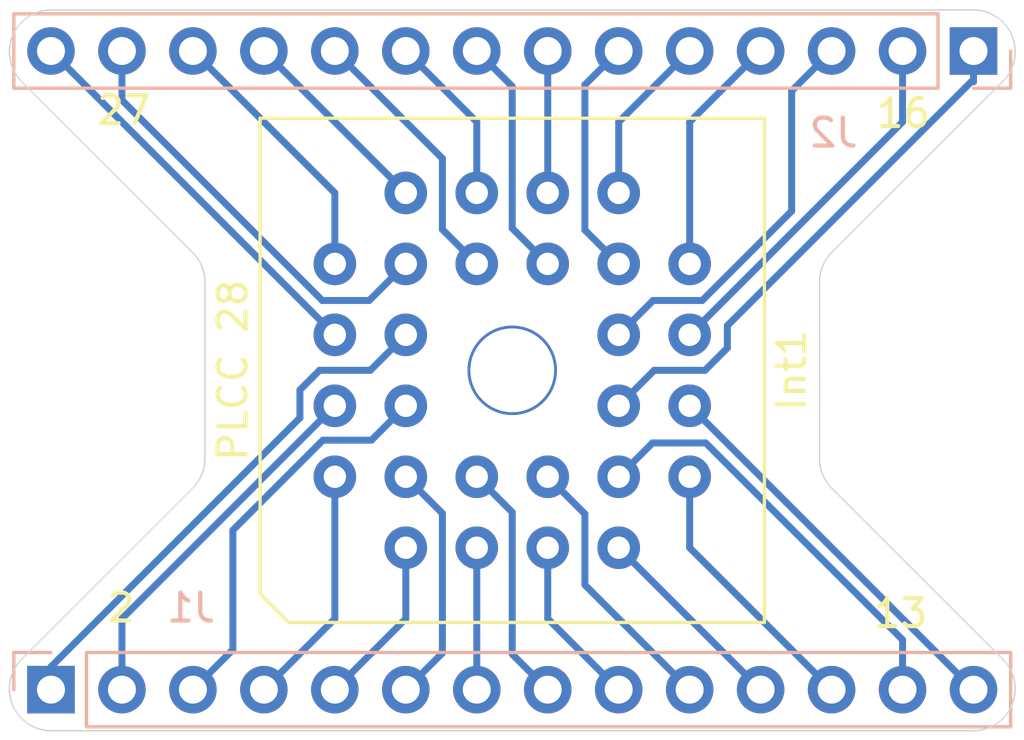
<source format=kicad_pcb>
(kicad_pcb (version 20171130) (host pcbnew 5.1.4+dfsg1-1)

  (general
    (thickness 1.6)
    (drawings 21)
    (tracks 85)
    (zones 0)
    (modules 3)
    (nets 29)
  )

  (page A4)
  (layers
    (0 F.Cu signal)
    (31 B.Cu signal)
    (32 B.Adhes user)
    (33 F.Adhes user)
    (34 B.Paste user)
    (35 F.Paste user)
    (36 B.SilkS user)
    (37 F.SilkS user)
    (38 B.Mask user)
    (39 F.Mask user)
    (40 Dwgs.User user hide)
    (41 Cmts.User user)
    (42 Eco1.User user)
    (43 Eco2.User user)
    (44 Edge.Cuts user)
    (45 Margin user)
    (46 B.CrtYd user hide)
    (47 F.CrtYd user hide)
    (48 B.Fab user)
    (49 F.Fab user hide)
  )

  (setup
    (last_trace_width 0.25)
    (trace_clearance 0.2)
    (zone_clearance 0.508)
    (zone_45_only no)
    (trace_min 0.2)
    (via_size 0.8)
    (via_drill 0.4)
    (via_min_size 0.4)
    (via_min_drill 0.3)
    (uvia_size 0.3)
    (uvia_drill 0.1)
    (uvias_allowed no)
    (uvia_min_size 0.2)
    (uvia_min_drill 0.1)
    (edge_width 0.05)
    (segment_width 0.2)
    (pcb_text_width 0.3)
    (pcb_text_size 1.5 1.5)
    (mod_edge_width 0.12)
    (mod_text_size 1 1)
    (mod_text_width 0.15)
    (pad_size 1.524 1.524)
    (pad_drill 0.762)
    (pad_to_mask_clearance 0.051)
    (solder_mask_min_width 0.25)
    (aux_axis_origin 0 0)
    (visible_elements FFFFEF7F)
    (pcbplotparams
      (layerselection 0x010f0_ffffffff)
      (usegerberextensions false)
      (usegerberattributes false)
      (usegerberadvancedattributes false)
      (creategerberjobfile false)
      (excludeedgelayer true)
      (linewidth 0.100000)
      (plotframeref false)
      (viasonmask false)
      (mode 1)
      (useauxorigin false)
      (hpglpennumber 1)
      (hpglpenspeed 20)
      (hpglpendiameter 15.000000)
      (psnegative false)
      (psa4output false)
      (plotreference true)
      (plotvalue false)
      (plotinvisibletext false)
      (padsonsilk false)
      (subtractmaskfromsilk false)
      (outputformat 1)
      (mirror false)
      (drillshape 0)
      (scaleselection 1)
      (outputdirectory "PLCC28-Gerbs/"))
  )

  (net 0 "")
  (net 1 "Net-(Int1-Pad28)")
  (net 2 "Net-(Int1-Pad27)")
  (net 3 "Net-(Int1-Pad26)")
  (net 4 "Net-(Int1-Pad25)")
  (net 5 "Net-(Int1-Pad24)")
  (net 6 "Net-(Int1-Pad23)")
  (net 7 "Net-(Int1-Pad22)")
  (net 8 "Net-(Int1-Pad21)")
  (net 9 "Net-(Int1-Pad20)")
  (net 10 "Net-(Int1-Pad19)")
  (net 11 "Net-(Int1-Pad18)")
  (net 12 "Net-(Int1-Pad17)")
  (net 13 "Net-(Int1-Pad16)")
  (net 14 "Net-(Int1-Pad15)")
  (net 15 "Net-(Int1-Pad14)")
  (net 16 "Net-(Int1-Pad13)")
  (net 17 "Net-(Int1-Pad12)")
  (net 18 "Net-(Int1-Pad11)")
  (net 19 "Net-(Int1-Pad10)")
  (net 20 "Net-(Int1-Pad9)")
  (net 21 "Net-(Int1-Pad8)")
  (net 22 "Net-(Int1-Pad7)")
  (net 23 "Net-(Int1-Pad6)")
  (net 24 "Net-(Int1-Pad5)")
  (net 25 "Net-(Int1-Pad4)")
  (net 26 "Net-(Int1-Pad3)")
  (net 27 "Net-(Int1-Pad2)")
  (net 28 "Net-(Int1-Pad1)")

  (net_class Default "This is the default net class."
    (clearance 0.2)
    (trace_width 0.25)
    (via_dia 0.8)
    (via_drill 0.4)
    (uvia_dia 0.3)
    (uvia_drill 0.1)
    (add_net "Net-(Int1-Pad1)")
    (add_net "Net-(Int1-Pad10)")
    (add_net "Net-(Int1-Pad11)")
    (add_net "Net-(Int1-Pad12)")
    (add_net "Net-(Int1-Pad13)")
    (add_net "Net-(Int1-Pad14)")
    (add_net "Net-(Int1-Pad15)")
    (add_net "Net-(Int1-Pad16)")
    (add_net "Net-(Int1-Pad17)")
    (add_net "Net-(Int1-Pad18)")
    (add_net "Net-(Int1-Pad19)")
    (add_net "Net-(Int1-Pad2)")
    (add_net "Net-(Int1-Pad20)")
    (add_net "Net-(Int1-Pad21)")
    (add_net "Net-(Int1-Pad22)")
    (add_net "Net-(Int1-Pad23)")
    (add_net "Net-(Int1-Pad24)")
    (add_net "Net-(Int1-Pad25)")
    (add_net "Net-(Int1-Pad26)")
    (add_net "Net-(Int1-Pad27)")
    (add_net "Net-(Int1-Pad28)")
    (add_net "Net-(Int1-Pad3)")
    (add_net "Net-(Int1-Pad4)")
    (add_net "Net-(Int1-Pad5)")
    (add_net "Net-(Int1-Pad6)")
    (add_net "Net-(Int1-Pad7)")
    (add_net "Net-(Int1-Pad8)")
    (add_net "Net-(Int1-Pad9)")
  )

  (module Socket:PLCC-Socket-28 (layer F.Cu) (tedit 5F141177) (tstamp 5F14D555)
    (at 100 100 90)
    (descr "ASSMANN 28-pin PLCC socket, through-hole, http://www.assmann-wsw.com/fileadmin/datasheets/ASS_7007_CO.pdf")
    (tags "THT PLCC Socket")
    (path /5F17B723)
    (fp_text reference Int1 (at 0 10 90) (layer F.SilkS)
      (effects (font (size 1 1) (thickness 0.15)))
    )
    (fp_text value 28-pin-Interface (at 0 -8 90) (layer F.Fab)
      (effects (font (size 1 1) (thickness 0.15)))
    )
    (fp_line (start -3.81 -3.81) (end 3.81 -3.81) (layer Dwgs.User) (width 0.12))
    (fp_line (start -3.81 3.81) (end -3.81 -3.81) (layer Dwgs.User) (width 0.12))
    (fp_line (start 3.81 3.81) (end -3.81 3.81) (layer Dwgs.User) (width 0.12))
    (fp_line (start 3.81 -3.81) (end 3.81 3.81) (layer Dwgs.User) (width 0.12))
    (fp_line (start -8 -9.025) (end -9.025 -8) (layer F.SilkS) (width 0.12))
    (fp_line (start -8 -9.025) (end 9.025 -9.025) (layer F.SilkS) (width 0.12))
    (fp_line (start -9.025 9.025) (end -9.025 -8) (layer F.SilkS) (width 0.12))
    (fp_line (start 9.025 9.025) (end -9.025 9.025) (layer F.SilkS) (width 0.12))
    (fp_line (start 9.025 -9.025) (end 9.025 9.025) (layer F.SilkS) (width 0.12))
    (pad "" np_thru_hole circle (at 0 0 90) (size 3.2 3.2) (drill 3) (layers *.Cu *.Mask))
    (pad 28 thru_hole circle (at 1.27 -6.35 90) (size 1.524 1.524) (drill 0.8) (layers *.Cu *.Mask)
      (net 1 "Net-(Int1-Pad28)"))
    (pad 27 thru_hole circle (at 3.81 -3.81 90) (size 1.524 1.524) (drill 0.8) (layers *.Cu *.Mask)
      (net 2 "Net-(Int1-Pad27)"))
    (pad 26 thru_hole circle (at 3.81 -6.35 90) (size 1.524 1.524) (drill 0.8) (layers *.Cu *.Mask)
      (net 3 "Net-(Int1-Pad26)"))
    (pad 25 thru_hole circle (at 6.35 -3.81 90) (size 1.524 1.524) (drill 0.8) (layers *.Cu *.Mask)
      (net 4 "Net-(Int1-Pad25)"))
    (pad 24 thru_hole circle (at 3.81 -1.27 90) (size 1.524 1.524) (drill 0.8) (layers *.Cu *.Mask)
      (net 5 "Net-(Int1-Pad24)"))
    (pad 23 thru_hole circle (at 6.35 -1.27 90) (size 1.524 1.524) (drill 0.8) (layers *.Cu *.Mask)
      (net 6 "Net-(Int1-Pad23)"))
    (pad 22 thru_hole circle (at 3.81 1.27 90) (size 1.524 1.524) (drill 0.8) (layers *.Cu *.Mask)
      (net 7 "Net-(Int1-Pad22)"))
    (pad 21 thru_hole circle (at 6.35 1.27 90) (size 1.524 1.524) (drill 0.8) (layers *.Cu *.Mask)
      (net 8 "Net-(Int1-Pad21)"))
    (pad 20 thru_hole circle (at 3.81 3.81 90) (size 1.524 1.524) (drill 0.8) (layers *.Cu *.Mask)
      (net 9 "Net-(Int1-Pad20)"))
    (pad 19 thru_hole circle (at 6.35 3.81 90) (size 1.524 1.524) (drill 0.8) (layers *.Cu *.Mask)
      (net 10 "Net-(Int1-Pad19)"))
    (pad 18 thru_hole circle (at 3.81 6.35 90) (size 1.524 1.524) (drill 0.8) (layers *.Cu *.Mask)
      (net 11 "Net-(Int1-Pad18)"))
    (pad 17 thru_hole circle (at 1.27 3.81 90) (size 1.524 1.524) (drill 0.8) (layers *.Cu *.Mask)
      (net 12 "Net-(Int1-Pad17)"))
    (pad 16 thru_hole circle (at 1.27 6.35 90) (size 1.524 1.524) (drill 0.8) (layers *.Cu *.Mask)
      (net 13 "Net-(Int1-Pad16)"))
    (pad 15 thru_hole circle (at -1.27 3.81 90) (size 1.524 1.524) (drill 0.8) (layers *.Cu *.Mask)
      (net 14 "Net-(Int1-Pad15)"))
    (pad 14 thru_hole circle (at -1.27 6.35 90) (size 1.524 1.524) (drill 0.8) (layers *.Cu *.Mask)
      (net 15 "Net-(Int1-Pad14)"))
    (pad 13 thru_hole circle (at -3.81 3.81 90) (size 1.524 1.524) (drill 0.8) (layers *.Cu *.Mask)
      (net 16 "Net-(Int1-Pad13)"))
    (pad 12 thru_hole circle (at -3.81 6.35 90) (size 1.524 1.524) (drill 0.8) (layers *.Cu *.Mask)
      (net 17 "Net-(Int1-Pad12)"))
    (pad 11 thru_hole circle (at -6.35 3.81 90) (size 1.524 1.524) (drill 0.8) (layers *.Cu *.Mask)
      (net 18 "Net-(Int1-Pad11)"))
    (pad 10 thru_hole circle (at -3.81 1.27 90) (size 1.524 1.524) (drill 0.8) (layers *.Cu *.Mask)
      (net 19 "Net-(Int1-Pad10)"))
    (pad 9 thru_hole circle (at -6.35 1.27 90) (size 1.524 1.524) (drill 0.8) (layers *.Cu *.Mask)
      (net 20 "Net-(Int1-Pad9)"))
    (pad 8 thru_hole circle (at -3.81 -1.27 90) (size 1.524 1.524) (drill 0.8) (layers *.Cu *.Mask)
      (net 21 "Net-(Int1-Pad8)"))
    (pad 7 thru_hole circle (at -6.35 -1.27 90) (size 1.524 1.524) (drill 0.8) (layers *.Cu *.Mask)
      (net 22 "Net-(Int1-Pad7)"))
    (pad 6 thru_hole circle (at -3.81 -3.81 90) (size 1.524 1.524) (drill 0.8) (layers *.Cu *.Mask)
      (net 23 "Net-(Int1-Pad6)"))
    (pad 5 thru_hole circle (at -6.35 -3.81 90) (size 1.524 1.524) (drill 0.8) (layers *.Cu *.Mask)
      (net 24 "Net-(Int1-Pad5)"))
    (pad 4 thru_hole circle (at -3.81 -6.35 90) (size 1.524 1.524) (drill 0.8) (layers *.Cu *.Mask)
      (net 25 "Net-(Int1-Pad4)"))
    (pad 3 thru_hole circle (at -1.27 -3.81 90) (size 1.524 1.524) (drill 0.8) (layers *.Cu *.Mask)
      (net 26 "Net-(Int1-Pad3)"))
    (pad 2 thru_hole circle (at -1.27 -6.35 90) (size 1.524 1.524) (drill 0.8) (layers *.Cu *.Mask)
      (net 27 "Net-(Int1-Pad2)"))
    (pad 1 thru_hole circle (at 1.27 -3.81 90) (size 1.524 1.524) (drill 0.8) (layers *.Cu *.Mask)
      (net 28 "Net-(Int1-Pad1)"))
  )

  (module Connector_PinHeader_2.54mm:PinHeader_1x14_P2.54mm_Vertical (layer B.Cu) (tedit 59FED5CC) (tstamp 5F14A17D)
    (at 116.51 88.57 90)
    (descr "Through hole straight pin header, 1x14, 2.54mm pitch, single row")
    (tags "Through hole pin header THT 1x14 2.54mm single row")
    (path /5F15F3F8)
    (fp_text reference J2 (at -2.93 -5.01 180) (layer B.SilkS)
      (effects (font (size 1 1) (thickness 0.15)) (justify mirror))
    )
    (fp_text value Conn_01x14_Male (at 0 -35.35 270) (layer B.Fab) hide
      (effects (font (size 1 1) (thickness 0.15)) (justify mirror))
    )
    (fp_text user %R (at 0 -16.51) (layer B.Fab) hide
      (effects (font (size 1 1) (thickness 0.15)) (justify mirror))
    )
    (fp_line (start 1.8 1.8) (end -1.8 1.8) (layer B.CrtYd) (width 0.05))
    (fp_line (start 1.8 -34.8) (end 1.8 1.8) (layer B.CrtYd) (width 0.05))
    (fp_line (start -1.8 -34.8) (end 1.8 -34.8) (layer B.CrtYd) (width 0.05))
    (fp_line (start -1.8 1.8) (end -1.8 -34.8) (layer B.CrtYd) (width 0.05))
    (fp_line (start -1.33 1.33) (end 0 1.33) (layer B.SilkS) (width 0.12))
    (fp_line (start -1.33 0) (end -1.33 1.33) (layer B.SilkS) (width 0.12))
    (fp_line (start -1.33 -1.27) (end 1.33 -1.27) (layer B.SilkS) (width 0.12))
    (fp_line (start 1.33 -1.27) (end 1.33 -34.35) (layer B.SilkS) (width 0.12))
    (fp_line (start -1.33 -1.27) (end -1.33 -34.35) (layer B.SilkS) (width 0.12))
    (fp_line (start -1.33 -34.35) (end 1.33 -34.35) (layer B.SilkS) (width 0.12))
    (fp_line (start -1.27 0.635) (end -0.635 1.27) (layer B.Fab) (width 0.1))
    (fp_line (start -1.27 -34.29) (end -1.27 0.635) (layer B.Fab) (width 0.1))
    (fp_line (start 1.27 -34.29) (end -1.27 -34.29) (layer B.Fab) (width 0.1))
    (fp_line (start 1.27 1.27) (end 1.27 -34.29) (layer B.Fab) (width 0.1))
    (fp_line (start -0.635 1.27) (end 1.27 1.27) (layer B.Fab) (width 0.1))
    (pad 14 thru_hole oval (at 0 -33.02 90) (size 1.7 1.7) (drill 1) (layers *.Cu *.Mask)
      (net 1 "Net-(Int1-Pad28)"))
    (pad 13 thru_hole oval (at 0 -30.48 90) (size 1.7 1.7) (drill 1) (layers *.Cu *.Mask)
      (net 2 "Net-(Int1-Pad27)"))
    (pad 12 thru_hole oval (at 0 -27.94 90) (size 1.7 1.7) (drill 1) (layers *.Cu *.Mask)
      (net 3 "Net-(Int1-Pad26)"))
    (pad 11 thru_hole oval (at 0 -25.4 90) (size 1.7 1.7) (drill 1) (layers *.Cu *.Mask)
      (net 4 "Net-(Int1-Pad25)"))
    (pad 10 thru_hole oval (at 0 -22.86 90) (size 1.7 1.7) (drill 1) (layers *.Cu *.Mask)
      (net 5 "Net-(Int1-Pad24)"))
    (pad 9 thru_hole oval (at 0 -20.32 90) (size 1.7 1.7) (drill 1) (layers *.Cu *.Mask)
      (net 6 "Net-(Int1-Pad23)"))
    (pad 8 thru_hole oval (at 0 -17.78 90) (size 1.7 1.7) (drill 1) (layers *.Cu *.Mask)
      (net 7 "Net-(Int1-Pad22)"))
    (pad 7 thru_hole oval (at 0 -15.24 90) (size 1.7 1.7) (drill 1) (layers *.Cu *.Mask)
      (net 8 "Net-(Int1-Pad21)"))
    (pad 6 thru_hole oval (at 0 -12.7 90) (size 1.7 1.7) (drill 1) (layers *.Cu *.Mask)
      (net 9 "Net-(Int1-Pad20)"))
    (pad 5 thru_hole oval (at 0 -10.16 90) (size 1.7 1.7) (drill 1) (layers *.Cu *.Mask)
      (net 10 "Net-(Int1-Pad19)"))
    (pad 4 thru_hole oval (at 0 -7.62 90) (size 1.7 1.7) (drill 1) (layers *.Cu *.Mask)
      (net 11 "Net-(Int1-Pad18)"))
    (pad 3 thru_hole oval (at 0 -5.08 90) (size 1.7 1.7) (drill 1) (layers *.Cu *.Mask)
      (net 12 "Net-(Int1-Pad17)"))
    (pad 2 thru_hole oval (at 0 -2.54 90) (size 1.7 1.7) (drill 1) (layers *.Cu *.Mask)
      (net 13 "Net-(Int1-Pad16)"))
    (pad 1 thru_hole rect (at 0 0 90) (size 1.7 1.7) (drill 1) (layers *.Cu *.Mask)
      (net 14 "Net-(Int1-Pad15)"))
    (model ${KISYS3DMOD}/Connector_PinHeader_2.54mm.3dshapes/PinHeader_1x14_P2.54mm_Vertical.wrl
      (at (xyz 0 0 0))
      (scale (xyz 1 1 1))
      (rotate (xyz 0 0 0))
    )
  )

  (module Connector_PinHeader_2.54mm:PinHeader_1x14_P2.54mm_Vertical (layer B.Cu) (tedit 59FED5CC) (tstamp 5F14A258)
    (at 83.49 111.43 270)
    (descr "Through hole straight pin header, 1x14, 2.54mm pitch, single row")
    (tags "Through hole pin header THT 1x14 2.54mm single row")
    (path /5F15E3ED)
    (fp_text reference J1 (at -2.93 -5.01 180) (layer B.SilkS)
      (effects (font (size 1 1) (thickness 0.15)) (justify mirror))
    )
    (fp_text value Conn_01x14_Male (at 0 -35.35 270) (layer B.Fab) hide
      (effects (font (size 1 1) (thickness 0.15)) (justify mirror))
    )
    (fp_text user %R (at 0 -16.51) (layer B.Fab) hide
      (effects (font (size 1 1) (thickness 0.15)) (justify mirror))
    )
    (fp_line (start 1.8 1.8) (end -1.8 1.8) (layer B.CrtYd) (width 0.05))
    (fp_line (start 1.8 -34.8) (end 1.8 1.8) (layer B.CrtYd) (width 0.05))
    (fp_line (start -1.8 -34.8) (end 1.8 -34.8) (layer B.CrtYd) (width 0.05))
    (fp_line (start -1.8 1.8) (end -1.8 -34.8) (layer B.CrtYd) (width 0.05))
    (fp_line (start -1.33 1.33) (end 0 1.33) (layer B.SilkS) (width 0.12))
    (fp_line (start -1.33 0) (end -1.33 1.33) (layer B.SilkS) (width 0.12))
    (fp_line (start -1.33 -1.27) (end 1.33 -1.27) (layer B.SilkS) (width 0.12))
    (fp_line (start 1.33 -1.27) (end 1.33 -34.35) (layer B.SilkS) (width 0.12))
    (fp_line (start -1.33 -1.27) (end -1.33 -34.35) (layer B.SilkS) (width 0.12))
    (fp_line (start -1.33 -34.35) (end 1.33 -34.35) (layer B.SilkS) (width 0.12))
    (fp_line (start -1.27 0.635) (end -0.635 1.27) (layer B.Fab) (width 0.1))
    (fp_line (start -1.27 -34.29) (end -1.27 0.635) (layer B.Fab) (width 0.1))
    (fp_line (start 1.27 -34.29) (end -1.27 -34.29) (layer B.Fab) (width 0.1))
    (fp_line (start 1.27 1.27) (end 1.27 -34.29) (layer B.Fab) (width 0.1))
    (fp_line (start -0.635 1.27) (end 1.27 1.27) (layer B.Fab) (width 0.1))
    (pad 14 thru_hole oval (at 0 -33.02 270) (size 1.7 1.7) (drill 1) (layers *.Cu *.Mask)
      (net 15 "Net-(Int1-Pad14)"))
    (pad 13 thru_hole oval (at 0 -30.48 270) (size 1.7 1.7) (drill 1) (layers *.Cu *.Mask)
      (net 16 "Net-(Int1-Pad13)"))
    (pad 12 thru_hole oval (at 0 -27.94 270) (size 1.7 1.7) (drill 1) (layers *.Cu *.Mask)
      (net 17 "Net-(Int1-Pad12)"))
    (pad 11 thru_hole oval (at 0 -25.4 270) (size 1.7 1.7) (drill 1) (layers *.Cu *.Mask)
      (net 18 "Net-(Int1-Pad11)"))
    (pad 10 thru_hole oval (at 0 -22.86 270) (size 1.7 1.7) (drill 1) (layers *.Cu *.Mask)
      (net 19 "Net-(Int1-Pad10)"))
    (pad 9 thru_hole oval (at 0 -20.32 270) (size 1.7 1.7) (drill 1) (layers *.Cu *.Mask)
      (net 20 "Net-(Int1-Pad9)"))
    (pad 8 thru_hole oval (at 0 -17.78 270) (size 1.7 1.7) (drill 1) (layers *.Cu *.Mask)
      (net 21 "Net-(Int1-Pad8)"))
    (pad 7 thru_hole oval (at 0 -15.24 270) (size 1.7 1.7) (drill 1) (layers *.Cu *.Mask)
      (net 22 "Net-(Int1-Pad7)"))
    (pad 6 thru_hole oval (at 0 -12.7 270) (size 1.7 1.7) (drill 1) (layers *.Cu *.Mask)
      (net 23 "Net-(Int1-Pad6)"))
    (pad 5 thru_hole oval (at 0 -10.16 270) (size 1.7 1.7) (drill 1) (layers *.Cu *.Mask)
      (net 24 "Net-(Int1-Pad5)"))
    (pad 4 thru_hole oval (at 0 -7.62 270) (size 1.7 1.7) (drill 1) (layers *.Cu *.Mask)
      (net 25 "Net-(Int1-Pad4)"))
    (pad 3 thru_hole oval (at 0 -5.08 270) (size 1.7 1.7) (drill 1) (layers *.Cu *.Mask)
      (net 26 "Net-(Int1-Pad3)"))
    (pad 2 thru_hole oval (at 0 -2.54 270) (size 1.7 1.7) (drill 1) (layers *.Cu *.Mask)
      (net 27 "Net-(Int1-Pad2)"))
    (pad 1 thru_hole rect (at 0 0 270) (size 1.7 1.7) (drill 1) (layers *.Cu *.Mask)
      (net 28 "Net-(Int1-Pad1)"))
    (model ${KISYS3DMOD}/Connector_PinHeader_2.54mm.3dshapes/PinHeader_1x14_P2.54mm_Vertical.wrl
      (at (xyz 0 0 0))
      (scale (xyz 1 1 1))
      (rotate (xyz 0 0 0))
    )
  )

  (gr_arc (start 112.5 96.84) (end 111 96.84) (angle 45) (layer Edge.Cuts) (width 0.05))
  (gr_arc (start 87.5 103.16) (end 89 103.16) (angle 45) (layer Edge.Cuts) (width 0.05) (tstamp 5F185999))
  (gr_arc (start 87.5 96.84) (end 89 96.84) (angle -45) (layer Edge.Cuts) (width 0.05))
  (gr_arc (start 112.5 103.16) (end 111 103.16) (angle -45) (layer Edge.Cuts) (width 0.05))
  (gr_arc (start 116.5 111.4) (end 116.5 112.9) (angle -135) (layer Edge.Cuts) (width 0.05))
  (gr_arc (start 83.5 111.4) (end 83.5 112.9) (angle 135) (layer Edge.Cuts) (width 0.05))
  (gr_line (start 116.5 112.9) (end 83.5 112.9) (layer Edge.Cuts) (width 0.05))
  (gr_line (start 111.43934 104.22066) (end 117.56066 110.33934) (layer Edge.Cuts) (width 0.05))
  (gr_line (start 88.56066 104.22066) (end 82.43934 110.33934) (layer Edge.Cuts) (width 0.05))
  (gr_line (start 88.56066 95.77934) (end 82.43934 89.66066) (layer Edge.Cuts) (width 0.05))
  (gr_line (start 111.43934 95.77934) (end 117.56 89.66) (layer Edge.Cuts) (width 0.05))
  (gr_line (start 89 96.84) (end 89 103.16) (layer Edge.Cuts) (width 0.05))
  (gr_line (start 111 96.84) (end 111 103.16) (layer Edge.Cuts) (width 0.05))
  (gr_line (start 116.5 87.1) (end 83.5 87.1) (layer Edge.Cuts) (width 0.05) (tstamp 5F14D383))
  (gr_arc (start 116.5 88.6) (end 116.5 87.1) (angle 135) (layer Edge.Cuts) (width 0.05))
  (gr_arc (start 83.5 88.6) (end 83.5 87.1) (angle -135) (layer Edge.Cuts) (width 0.05))
  (gr_text "PLCC 28" (at 90 100 90) (layer F.SilkS)
    (effects (font (size 1 1) (thickness 0.15)))
  )
  (gr_text 27 (at 86.1 90.7) (layer F.SilkS) (tstamp 5F14AEEE)
    (effects (font (size 1 1) (thickness 0.15)))
  )
  (gr_text 16 (at 114 90.8) (layer F.SilkS) (tstamp 5F14AEEE)
    (effects (font (size 1 1) (thickness 0.15)))
  )
  (gr_text 13 (at 113.9 108.7) (layer F.SilkS) (tstamp 5F14AEEE)
    (effects (font (size 1 1) (thickness 0.15)))
  )
  (gr_text 2 (at 86 108.5) (layer F.SilkS)
    (effects (font (size 1 1) (thickness 0.15)))
  )

  (segment (start 93.65 98.73) (end 83.49 88.57) (width 0.25) (layer B.Cu) (net 1))
  (segment (start 86.03 89.772081) (end 86.03 88.57) (width 0.25) (layer B.Cu) (net 2))
  (segment (start 86.03 90.33) (end 86.03 89.772081) (width 0.25) (layer B.Cu) (net 2))
  (segment (start 93.2 97.5) (end 86.03 90.33) (width 0.25) (layer B.Cu) (net 2))
  (segment (start 96.19 96.19) (end 94.88 97.5) (width 0.25) (layer B.Cu) (net 2))
  (segment (start 94.88 97.5) (end 93.2 97.5) (width 0.25) (layer B.Cu) (net 2))
  (segment (start 93.65 93.65) (end 88.57 88.57) (width 0.25) (layer B.Cu) (net 3))
  (segment (start 93.65 96.19) (end 93.65 93.65) (width 0.25) (layer B.Cu) (net 3))
  (segment (start 96.19 93.65) (end 91.11 88.57) (width 0.25) (layer B.Cu) (net 4))
  (segment (start 97.968001 95.428001) (end 98.73 96.19) (width 0.25) (layer B.Cu) (net 5))
  (segment (start 97.5 94.96) (end 97.968001 95.428001) (width 0.25) (layer B.Cu) (net 5))
  (segment (start 93.65 88.57) (end 97.5 92.42) (width 0.25) (layer B.Cu) (net 5))
  (segment (start 97.5 92.42) (end 97.5 94.96) (width 0.25) (layer B.Cu) (net 5))
  (segment (start 98.73 91.11) (end 98.73 93.65) (width 0.25) (layer B.Cu) (net 6))
  (segment (start 96.19 88.57) (end 98.73 91.11) (width 0.25) (layer B.Cu) (net 6))
  (segment (start 99.579999 89.419999) (end 98.73 88.57) (width 0.25) (layer B.Cu) (net 7))
  (segment (start 101.27 96.19) (end 100 94.92) (width 0.25) (layer B.Cu) (net 7))
  (segment (start 100 89.84) (end 99.579999 89.419999) (width 0.25) (layer B.Cu) (net 7))
  (segment (start 100 94.92) (end 100 89.84) (width 0.25) (layer B.Cu) (net 7))
  (segment (start 101.27 93.65) (end 101.27 88.57) (width 0.25) (layer B.Cu) (net 8))
  (segment (start 103.048001 95.428001) (end 103.81 96.19) (width 0.25) (layer B.Cu) (net 9))
  (segment (start 102.6 94.98) (end 103.048001 95.428001) (width 0.25) (layer B.Cu) (net 9))
  (segment (start 103.81 88.57) (end 102.6 89.78) (width 0.25) (layer B.Cu) (net 9))
  (segment (start 102.6 89.78) (end 102.6 94.98) (width 0.25) (layer B.Cu) (net 9))
  (segment (start 103.81 91.11) (end 106.35 88.57) (width 0.25) (layer B.Cu) (net 10))
  (segment (start 103.81 93.65) (end 103.81 91.11) (width 0.25) (layer B.Cu) (net 10))
  (segment (start 106.35 91.11) (end 108.89 88.57) (width 0.25) (layer B.Cu) (net 11))
  (segment (start 106.35 96.19) (end 106.35 91.11) (width 0.25) (layer B.Cu) (net 11))
  (segment (start 110 90) (end 111.43 88.57) (width 0.25) (layer B.Cu) (net 12))
  (segment (start 110 94.3) (end 110 90) (width 0.25) (layer B.Cu) (net 12))
  (segment (start 103.81 98.73) (end 105.04 97.5) (width 0.25) (layer B.Cu) (net 12))
  (segment (start 106.8 97.5) (end 110 94.3) (width 0.25) (layer B.Cu) (net 12))
  (segment (start 105.04 97.5) (end 106.8 97.5) (width 0.25) (layer B.Cu) (net 12))
  (segment (start 113.97 91.11) (end 113.97 88.57) (width 0.25) (layer B.Cu) (net 13))
  (segment (start 106.35 98.73) (end 113.97 91.11) (width 0.25) (layer B.Cu) (net 13))
  (segment (start 116.51 89.67) (end 116.51 88.57) (width 0.25) (layer B.Cu) (net 14))
  (segment (start 116.43 89.67) (end 116.51 89.67) (width 0.25) (layer B.Cu) (net 14))
  (segment (start 105.08 100) (end 106.9 100) (width 0.25) (layer B.Cu) (net 14))
  (segment (start 106.9 100) (end 107.7 99.2) (width 0.25) (layer B.Cu) (net 14))
  (segment (start 107.7 98.4) (end 116.43 89.67) (width 0.25) (layer B.Cu) (net 14))
  (segment (start 103.81 101.27) (end 105.08 100) (width 0.25) (layer B.Cu) (net 14))
  (segment (start 107.7 99.2) (end 107.7 98.4) (width 0.25) (layer B.Cu) (net 14))
  (segment (start 106.35 101.27) (end 116.51 111.43) (width 0.25) (layer B.Cu) (net 15))
  (segment (start 113.97 110.227919) (end 113.97 111.43) (width 0.25) (layer B.Cu) (net 16))
  (segment (start 113.97 109.645619) (end 113.97 110.227919) (width 0.25) (layer B.Cu) (net 16))
  (segment (start 106.924381 102.6) (end 113.97 109.645619) (width 0.25) (layer B.Cu) (net 16))
  (segment (start 103.81 103.81) (end 105.02 102.6) (width 0.25) (layer B.Cu) (net 16))
  (segment (start 105.02 102.6) (end 106.924381 102.6) (width 0.25) (layer B.Cu) (net 16))
  (segment (start 106.35 106.35) (end 111.43 111.43) (width 0.25) (layer B.Cu) (net 17))
  (segment (start 106.35 103.81) (end 106.35 106.35) (width 0.25) (layer B.Cu) (net 17))
  (segment (start 103.81 106.35) (end 108.89 111.43) (width 0.25) (layer B.Cu) (net 18))
  (segment (start 102.6 105.14) (end 102.6 107.68) (width 0.25) (layer B.Cu) (net 19))
  (segment (start 102.6 107.68) (end 105.500001 110.580001) (width 0.25) (layer B.Cu) (net 19))
  (segment (start 105.500001 110.580001) (end 106.35 111.43) (width 0.25) (layer B.Cu) (net 19))
  (segment (start 101.27 103.81) (end 102.6 105.14) (width 0.25) (layer B.Cu) (net 19))
  (segment (start 101.27 108.89) (end 103.81 111.43) (width 0.25) (layer B.Cu) (net 20))
  (segment (start 101.27 106.35) (end 101.27 108.89) (width 0.25) (layer B.Cu) (net 20))
  (segment (start 100.420001 110.580001) (end 101.27 111.43) (width 0.25) (layer B.Cu) (net 21))
  (segment (start 100 110.16) (end 100.420001 110.580001) (width 0.25) (layer B.Cu) (net 21))
  (segment (start 98.73 103.81) (end 100 105.08) (width 0.25) (layer B.Cu) (net 21))
  (segment (start 100 105.08) (end 100 110.16) (width 0.25) (layer B.Cu) (net 21))
  (segment (start 98.73 106.35) (end 98.73 111.43) (width 0.25) (layer B.Cu) (net 22))
  (segment (start 97.5 105.12) (end 96.951999 104.571999) (width 0.25) (layer B.Cu) (net 23))
  (segment (start 96.951999 104.571999) (end 96.19 103.81) (width 0.25) (layer B.Cu) (net 23))
  (segment (start 96.19 111.43) (end 97.5 110.12) (width 0.25) (layer B.Cu) (net 23))
  (segment (start 97.5 110.12) (end 97.5 105.12) (width 0.25) (layer B.Cu) (net 23))
  (segment (start 96.19 108.89) (end 93.65 111.43) (width 0.25) (layer B.Cu) (net 24))
  (segment (start 96.19 106.35) (end 96.19 108.89) (width 0.25) (layer B.Cu) (net 24))
  (segment (start 93.65 108.89) (end 93.65 103.81) (width 0.25) (layer B.Cu) (net 25))
  (segment (start 91.11 111.43) (end 93.65 108.89) (width 0.25) (layer B.Cu) (net 25))
  (segment (start 95.428001 102.031999) (end 96.19 101.27) (width 0.25) (layer B.Cu) (net 26))
  (segment (start 90 110) (end 90 105.725) (width 0.25) (layer B.Cu) (net 26))
  (segment (start 90 105.725) (end 93.225 102.5) (width 0.25) (layer B.Cu) (net 26))
  (segment (start 88.57 111.43) (end 90 110) (width 0.25) (layer B.Cu) (net 26))
  (segment (start 93.225 102.5) (end 94.96 102.5) (width 0.25) (layer B.Cu) (net 26))
  (segment (start 94.96 102.5) (end 95.428001 102.031999) (width 0.25) (layer B.Cu) (net 26))
  (segment (start 86.03 108.89) (end 86.03 111.43) (width 0.25) (layer B.Cu) (net 27))
  (segment (start 93.65 101.27) (end 86.03 108.89) (width 0.25) (layer B.Cu) (net 27))
  (segment (start 95.428001 99.491999) (end 96.19 98.73) (width 0.25) (layer B.Cu) (net 28))
  (segment (start 94.92 100) (end 95.428001 99.491999) (width 0.25) (layer B.Cu) (net 28))
  (segment (start 83.49 110.61) (end 92.4 101.7) (width 0.25) (layer B.Cu) (net 28))
  (segment (start 83.49 111.43) (end 83.49 110.61) (width 0.25) (layer B.Cu) (net 28))
  (segment (start 92.4 101.7) (end 92.4 100.7) (width 0.25) (layer B.Cu) (net 28))
  (segment (start 92.4 100.7) (end 93.1 100) (width 0.25) (layer B.Cu) (net 28))
  (segment (start 93.1 100) (end 94.92 100) (width 0.25) (layer B.Cu) (net 28))

)

</source>
